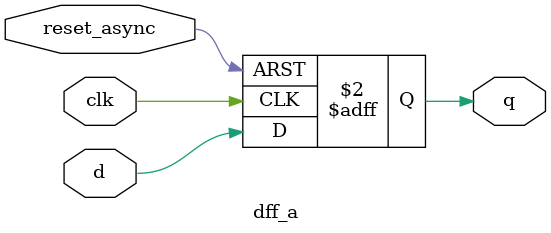
<source format=v>
module dff_a(
    input wire clk,         
    input wire reset_async,
    input wire d,
    output reg q  
);

always @(posedge clk or posedge reset_async) begin
    if (reset_async) begin
        q <= 0;
    end
    else begin
        q <= d;
    end
end

endmodule

</source>
